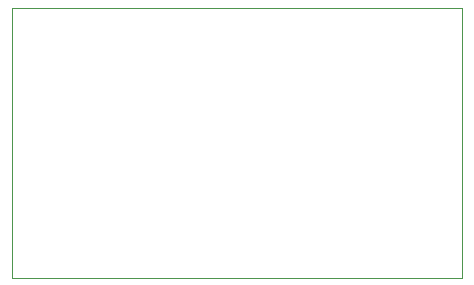
<source format=gbr>
%TF.GenerationSoftware,KiCad,Pcbnew,(6.0.10)*%
%TF.CreationDate,2023-02-17T12:11:39-08:00*%
%TF.ProjectId,exercise2,65786572-6369-4736-9532-2e6b69636164,rev?*%
%TF.SameCoordinates,Original*%
%TF.FileFunction,Profile,NP*%
%FSLAX46Y46*%
G04 Gerber Fmt 4.6, Leading zero omitted, Abs format (unit mm)*
G04 Created by KiCad (PCBNEW (6.0.10)) date 2023-02-17 12:11:39*
%MOMM*%
%LPD*%
G01*
G04 APERTURE LIST*
%TA.AperFunction,Profile*%
%ADD10C,0.100000*%
%TD*%
G04 APERTURE END LIST*
D10*
X124460000Y-86360000D02*
X162560000Y-86360000D01*
X162560000Y-86360000D02*
X162560000Y-109220000D01*
X162560000Y-109220000D02*
X124460000Y-109220000D01*
X124460000Y-109220000D02*
X124460000Y-86360000D01*
M02*

</source>
